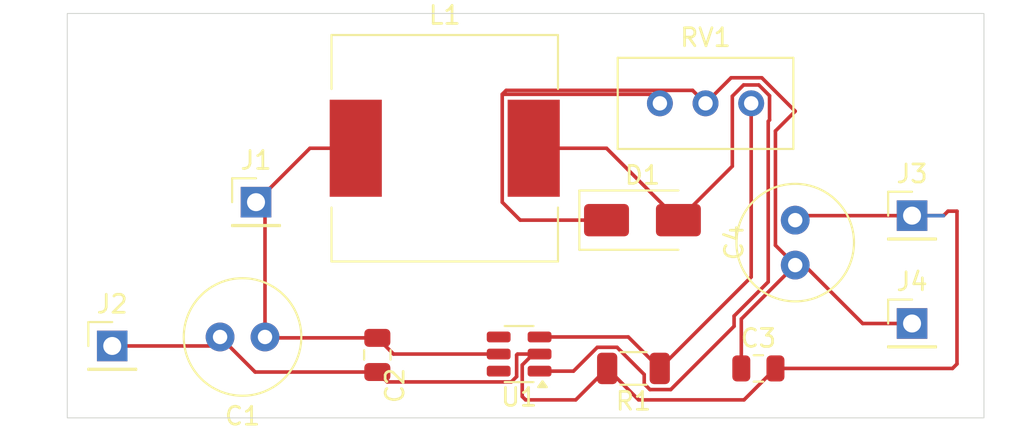
<source format=kicad_pcb>
(kicad_pcb (version 20241229) (generator "pcbnew") (generator_version "9.0")
  (layers (0 "F.Cu" signal) (2 "B.Cu" signal) (13 "F.Paste" user) (15 "B.Paste" user) (5 "F.SilkS" user "F.Silkscreen") (7 "B.SilkS" user "B.Silkscreen") (1 "F.Mask" user) (3 "B.Mask" user) (25 "Edge.Cuts" user))
  (net 0 "")
  (net 1 "GND")
  (net 2 "Net-(J1-Pin_1)")
  (net 3 "Net-(D1-K)")
  (net 4 "Net-(D1-A)")
  (net 5 "Net-(U1-FB)")
  (footprint "Connector_PinHeader_2.54mm:PinHeader_1x01_P2.54mm_Vertical" (layer "F.Cu") (at 152 96)
    (property "Reference" "J1" (at 0 -2.33 0) (layer "F.SilkS"))
    (property "Value" "Conn_01x01_Pin")
    (fp_line (start -1.33 -1.33) (end 0 -1.33) (stroke (width 0.12)) (layer "F.SilkS"))
    (fp_line (start -1.33 0) (end -1.33 -1.33) (stroke (width 0.12)) (layer "F.SilkS"))
    (fp_line (start -1.33 1.27) (end -1.33 1.33) (stroke (width 0.12)) (layer "F.SilkS"))
    (fp_line (start -1.33 1.27) (end 1.33 1.27) (stroke (width 0.12)) (layer "F.SilkS"))
    (fp_line (start -1.33 1.33) (end 1.33 1.33) (stroke (width 0.12)) (layer "F.SilkS"))
    (fp_line (start 1.33 1.27) (end 1.33 1.33) (stroke (width 0.12)) (layer "F.SilkS"))
    (pad "1" thru_hole rect (at 0 0) (size 1.7 1.7) (drill 1) (layers "*.Cu" "*.Mask") (net 2 "Net-(J1-Pin_1)"))
  )
  (footprint "Resistor_SMD:R_1206_3216Metric" (layer "F.Cu") (at 173 105.25 180)
    (property "Reference" "R1" (at 0 -1.82 0) (layer "F.SilkS"))
    (property "Value" "1K")
    (fp_line (start -0.727064 0.91) (end 0.727064 0.91) (stroke (width 0.12)) (layer "F.SilkS"))
    (fp_line (start -0.727064 -0.91) (end 0.727064 -0.91) (stroke (width 0.12)) (layer "F.SilkS"))
    (pad "1" smd roundrect (at -1.4625 0 180) (size 1.125 1.75) (layers "F.Cu" "F.Mask" "F.Paste") (roundrect_rratio 0.222222) (net 5 "Net-(U1-FB)"))
    (pad "2" smd roundrect (at 1.4625 0 180) (size 1.125 1.75) (layers "F.Cu" "F.Mask" "F.Paste") (roundrect_rratio 0.222222) (net 1 "GND"))
  )
  (footprint "Inductor_SMD:L_12x12mm_H8mm" (layer "F.Cu") (at 162.5 93)
    (property "Reference" "L1" (at 0 -7.4 0) (layer "F.SilkS"))
    (property "Value" "33uH")
    (fp_line (start -6.3 -6.3) (end 6.3 -6.3) (stroke (width 0.12)) (layer "F.SilkS"))
    (fp_line (start -6.3 -3.3) (end -6.3 -6.3) (stroke (width 0.12)) (layer "F.SilkS"))
    (fp_line (start -6.3 6.3) (end -6.3 3.3) (stroke (width 0.12)) (layer "F.SilkS"))
    (fp_line (start 6.3 -6.3) (end 6.3 -3.3) (stroke (width 0.12)) (layer "F.SilkS"))
    (fp_line (start 6.3 3.3) (end 6.3 6.3) (stroke (width 0.12)) (layer "F.SilkS"))
    (fp_line (start 6.3 6.3) (end -6.3 6.3) (stroke (width 0.12)) (layer "F.SilkS"))
    (pad "1" smd rect (at -4.95 0) (size 2.9 5.4) (layers "F.Cu" "F.Mask" "F.Paste") (net 2 "Net-(J1-Pin_1)"))
    (pad "2" smd rect (at 4.95 0) (size 2.9 5.4) (layers "F.Cu" "F.Mask" "F.Paste") (net 4 "Net-(D1-A)"))
  )
  (footprint "Capacitor_SMD:C_0805_2012Metric" (layer "F.Cu") (at 158.75 104.5 -90)
    (property "Reference" "C2" (at 1.7 -0.98 90) (layer "F.SilkS"))
    (property "Value" "1uF")
    (fp_line (start -0.261252 0.735) (end 0.261252 0.735) (stroke (width 0.12)) (layer "F.SilkS"))
    (fp_line (start -0.261252 -0.735) (end 0.261252 -0.735) (stroke (width 0.12)) (layer "F.SilkS"))
    (pad "1" smd roundrect (at -0.95 0 270) (size 1 1.45) (layers "F.Cu" "F.Mask" "F.Paste") (net 2 "Net-(J1-Pin_1)"))
    (pad "2" smd roundrect (at 0.95 0 270) (size 1 1.45) (layers "F.Cu" "F.Mask" "F.Paste") (net 1 "GND"))
  )
  (footprint "Capacitor_THT:C_Radial_D6.3mm_H11.0mm_P2.50mm" (layer "F.Cu") (at 182 99.5 90)
    (property "Reference" "C4" (at 1.25 -3.4 90) (layer "F.SilkS"))
    (property "Value" "220uF/50V")
    (fp_circle (center 1.25 0) (end 4.52 0) (stroke (width 0.12)) (fill no) (layer "F.SilkS"))
    (pad "1" thru_hole circle (at 0 0 90) (size 1.6 1.6) (drill 0.8) (layers "*.Cu" "*.Mask") (net 3 "Net-(D1-K)"))
    (pad "2" thru_hole circle (at 2.5 0 90) (size 1.6 1.6) (drill 0.8) (layers "*.Cu" "*.Mask") (net 1 "GND"))
  )
  (footprint "Capacitor_SMD:C_0805_2012Metric" (layer "F.Cu") (at 179.95 105.25)
    (property "Reference" "C3" (at 0 -1.68 0) (layer "F.SilkS"))
    (property "Value" "1uF")
    (fp_line (start -0.261252 -0.735) (end 0.261252 -0.735) (stroke (width 0.12)) (layer "F.SilkS"))
    (fp_line (start -0.261252 0.735) (end 0.261252 0.735) (stroke (width 0.12)) (layer "F.SilkS"))
    (pad "1" smd roundrect (at -0.95 0) (size 1 1.45) (layers "F.Cu" "F.Mask" "F.Paste") (net 3 "Net-(D1-K)"))
    (pad "2" smd roundrect (at 0.95 0) (size 1 1.45) (layers "F.Cu" "F.Mask" "F.Paste") (net 1 "GND"))
  )
  (footprint "Connector_PinHeader_2.54mm:PinHeader_1x01_P2.54mm_Vertical" (layer "F.Cu") (at 144 104)
    (property "Reference" "J2" (at 0 -2.33 0) (layer "F.SilkS"))
    (property "Value" "Conn_01x01_Pin")
    (fp_line (start -1.33 -1.33) (end 0 -1.33) (stroke (width 0.12)) (layer "F.SilkS"))
    (fp_line (start -1.33 0) (end -1.33 -1.33) (stroke (width 0.12)) (layer "F.SilkS"))
    (fp_line (start -1.33 1.27) (end -1.33 1.33) (stroke (width 0.12)) (layer "F.SilkS"))
    (fp_line (start -1.33 1.27) (end 1.33 1.27) (stroke (width 0.12)) (layer "F.SilkS"))
    (fp_line (start -1.33 1.33) (end 1.33 1.33) (stroke (width 0.12)) (layer "F.SilkS"))
    (fp_line (start 1.33 1.27) (end 1.33 1.33) (stroke (width 0.12)) (layer "F.SilkS"))
    (pad "1" thru_hole rect (at 0 0) (size 1.7 1.7) (drill 1) (layers "*.Cu" "*.Mask") (net 1 "GND"))
  )
  (footprint "Connector_PinHeader_2.54mm:PinHeader_1x01_P2.54mm_Vertical" (layer "F.Cu") (at 188.5 102.75)
    (property "Reference" "J4" (at 0 -2.33 0) (layer "F.SilkS"))
    (property "Value" "Conn_01x01_Pin")
    (fp_line (start -1.33 -1.33) (end 0 -1.33) (stroke (width 0.12)) (layer "F.SilkS"))
    (fp_line (start -1.33 0) (end -1.33 -1.33) (stroke (width 0.12)) (layer "F.SilkS"))
    (fp_line (start -1.33 1.27) (end -1.33 1.33) (stroke (width 0.12)) (layer "F.SilkS"))
    (fp_line (start -1.33 1.27) (end 1.33 1.27) (stroke (width 0.12)) (layer "F.SilkS"))
    (fp_line (start -1.33 1.33) (end 1.33 1.33) (stroke (width 0.12)) (layer "F.SilkS"))
    (fp_line (start 1.33 1.27) (end 1.33 1.33) (stroke (width 0.12)) (layer "F.SilkS"))
    (pad "1" thru_hole rect (at 0 0) (size 1.7 1.7) (drill 1) (layers "*.Cu" "*.Mask") (net 3 "Net-(D1-K)"))
  )
  (footprint "Connector_PinHeader_2.54mm:PinHeader_1x01_P2.54mm_Vertical" (layer "F.Cu") (at 188.5 96.75)
    (property "Reference" "J3" (at 0 -2.33 0) (layer "F.SilkS"))
    (property "Value" "Conn_01x01_Pin")
    (fp_line (start -1.33 -1.33) (end 0 -1.33) (stroke (width 0.12)) (layer "F.SilkS"))
    (fp_line (start -1.33 0) (end -1.33 -1.33) (stroke (width 0.12)) (layer "F.SilkS"))
    (fp_line (start -1.33 1.27) (end -1.33 1.33) (stroke (width 0.12)) (layer "F.SilkS"))
    (fp_line (start -1.33 1.27) (end 1.33 1.27) (stroke (width 0.12)) (layer "F.SilkS"))
    (fp_line (start -1.33 1.33) (end 1.33 1.33) (stroke (width 0.12)) (layer "F.SilkS"))
    (fp_line (start 1.33 1.27) (end 1.33 1.33) (stroke (width 0.12)) (layer "F.SilkS"))
    (pad "1" thru_hole rect (at 0 0) (size 1.7 1.7) (drill 1) (layers "*.Cu" "*.Mask") (net 1 "GND"))
  )
  (footprint "Package_TO_SOT_SMD:SOT-23-6" (layer "F.Cu") (at 166.6375 104.45 180)
    (property "Reference" "U1" (at 0 -2.4 0) (layer "F.SilkS"))
    (property "Value" "MT3608")
    (fp_line (start 0 1.56) (end 0.8 1.56) (stroke (width 0.12)) (layer "F.SilkS"))
    (fp_line (start 0 1.56) (end -0.8 1.56) (stroke (width 0.12)) (layer "F.SilkS"))
    (fp_line (start 0 -1.56) (end 0.8 -1.56) (stroke (width 0.12)) (layer "F.SilkS"))
    (fp_line (start 0 -1.56) (end -0.8 -1.56) (stroke (width 0.12)) (layer "F.SilkS"))
    (fp_poly (pts (xy -1.3 -1.51) (xy -1.54 -1.84) (xy -1.06 -1.84) (xy -1.3 -1.51)) (stroke (width 0.12)) (fill yes) (layer "F.SilkS"))
    (pad "1" smd roundrect (at -1.1375 -0.95 180) (size 1.325 0.6) (layers "F.Cu" "F.Mask" "F.Paste") (net 4 "Net-(D1-A)"))
    (pad "2" smd roundrect (at -1.1375 0 180) (size 1.325 0.6) (layers "F.Cu" "F.Mask" "F.Paste") (net 1 "GND"))
    (pad "3" smd roundrect (at -1.1375 0.95 180) (size 1.325 0.6) (layers "F.Cu" "F.Mask" "F.Paste") (net 5 "Net-(U1-FB)"))
    (pad "4" smd roundrect (at 1.1375 0.95 180) (size 1.325 0.6) (layers "F.Cu" "F.Mask" "F.Paste"))
    (pad "5" smd roundrect (at 1.1375 0 180) (size 1.325 0.6) (layers "F.Cu" "F.Mask" "F.Paste") (net 2 "Net-(J1-Pin_1)"))
    (pad "6" smd roundrect (at 1.1375 -0.95 180) (size 1.325 0.6) (layers "F.Cu" "F.Mask" "F.Paste"))
  )
  (footprint "Potentiometer_THT:Potentiometer_Bourns_3296W_Vertical" (layer "F.Cu") (at 179.55 90.5)
    (property "Reference" "RV1" (at -2.54 -3.66 0) (layer "F.SilkS"))
    (property "Value" "50K")
    (fp_line (start -7.425 -2.53) (end -7.425 2.54) (stroke (width 0.12)) (layer "F.SilkS"))
    (fp_line (start -7.425 -2.53) (end 2.345 -2.53) (stroke (width 0.12)) (layer "F.SilkS"))
    (fp_line (start -7.425 2.54) (end 2.345 2.54) (stroke (width 0.12)) (layer "F.SilkS"))
    (fp_line (start 2.345 -2.53) (end 2.345 2.54) (stroke (width 0.12)) (layer "F.SilkS"))
    (pad "1" thru_hole circle (at 0 0) (size 1.44 1.44) (drill 0.8) (layers "*.Cu" "*.Mask") (net 5 "Net-(U1-FB)"))
    (pad "2" thru_hole circle (at -2.54 0) (size 1.44 1.44) (drill 0.8) (layers "*.Cu" "*.Mask") (net 3 "Net-(D1-K)"))
    (pad "3" thru_hole circle (at -5.08 0) (size 1.44 1.44) (drill 0.8) (layers "*.Cu" "*.Mask") (net 3 "Net-(D1-K)"))
  )
  (footprint "Capacitor_THT:C_Radial_D6.3mm_H11.0mm_P2.50mm" (layer "F.Cu") (at 152.5 103.5 180)
    (property "Reference" "C1" (at 1.25 -4.4 0) (layer "F.SilkS"))
    (property "Value" "47uF/50V")
    (fp_circle (center 1.25 0) (end 4.52 0) (stroke (width 0.12)) (fill no) (layer "F.SilkS"))
    (pad "1" thru_hole circle (at 0 0 180) (size 1.6 1.6) (drill 0.8) (layers "*.Cu" "*.Mask") (net 2 "Net-(J1-Pin_1)"))
    (pad "2" thru_hole circle (at 2.5 0 180) (size 1.6 1.6) (drill 0.8) (layers "*.Cu" "*.Mask") (net 1 "GND"))
  )
  (footprint "Diode_SMD:D_SMA" (layer "F.Cu") (at 173.5 97)
    (property "Reference" "D1" (at 0 -2.5 0) (layer "F.SilkS"))
    (property "Value" "SS34")
    (fp_line (start -3.51 -1.65) (end -3.51 1.65) (stroke (width 0.12)) (layer "F.SilkS"))
    (fp_line (start -3.51 -1.65) (end 2 -1.65) (stroke (width 0.12)) (layer "F.SilkS"))
    (fp_line (start -3.51 1.65) (end 2 1.65) (stroke (width 0.12)) (layer "F.SilkS"))
    (pad "1" smd roundrect (at -2 0) (size 2.5 1.8) (layers "F.Cu" "F.Mask" "F.Paste") (roundrect_rratio 0.1388888889) (net 3 "Net-(D1-K)"))
    (pad "2" smd roundrect (at 2 0) (size 2.5 1.8) (layers "F.Cu" "F.Mask" "F.Paste") (roundrect_rratio 0.1388888889) (net 4 "Net-(D1-A)"))
  )
  (gr_rect (start 141.5 85.5) (end 192.5 108) (stroke (width 0.05)) (fill no) (layer "Edge.Cuts"))
  (segment (start 179.15 107) (end 180.9 105.25) (width 0.2) (layer "F.Cu") (net 1))
  (segment (start 169.7875 107) (end 171.5375 105.25) (width 0.2) (layer "F.Cu") (net 1))
  (segment (start 180.9 105.25) (end 190.75 105.25) (width 0.2) (layer "F.Cu") (net 1))
  (segment (start 158.75 105.45) (end 159.301 106.001) (width 0.2) (layer "F.Cu") (net 1))
  (segment (start 182.25 96.75) (end 182 97) (width 0.2) (layer "F.Cu") (net 1))
  (segment (start 166.203468 106.001) (end 166.5 105.704468) (width 0.2) (layer "F.Cu") (net 1))
  (segment (start 190.5 96.5) (end 190.25 96.75) (width 0.2) (layer "F.Cu") (net 1))
  (segment (start 167.775 104.45) (end 167.420532 104.45) (width 0.2) (layer "F.Cu") (net 1))
  (segment (start 159.301 106.001) (end 166.203468 106.001) (width 0.2) (layer "F.Cu") (net 1))
  (segment (start 166.55 104.45) (end 167.775 104.45) (width 0.2) (layer "F.Cu") (net 1))
  (segment (start 188.5 96.75) (end 182.25 96.75) (width 0.2) (layer "F.Cu") (net 1))
  (segment (start 190.75 105.25) (end 191 105) (width 0.2) (layer "F.Cu") (net 1))
  (segment (start 149.5 104) (end 150 103.5) (width 0.2) (layer "F.Cu") (net 1))
  (segment (start 166.8115 106.8115) (end 167 107) (width 0.2) (layer "F.Cu") (net 1))
  (segment (start 150 103.5) (end 151.95 105.45) (width 0.2) (layer "F.Cu") (net 1))
  (segment (start 173.2875 107) (end 179.15 107) (width 0.2) (layer "F.Cu") (net 1))
  (segment (start 171.5375 105.25) (end 173.2875 107) (width 0.2) (layer "F.Cu") (net 1))
  (segment (start 151.95 105.45) (end 158.75 105.45) (width 0.2) (layer "F.Cu") (net 1))
  (segment (start 190.25 96.75) (end 188.5 96.75) (width 0.2) (layer "F.Cu") (net 1))
  (segment (start 167 107) (end 169.7875 107) (width 0.2) (layer "F.Cu") (net 1))
  (segment (start 166.5 104.5) (end 166.55 104.45) (width 0.2) (layer "F.Cu") (net 1))
  (segment (start 191 96.5) (end 190.5 96.5) (width 0.2) (layer "F.Cu") (net 1))
  (segment (start 144 104) (end 149.5 104) (width 0.2) (layer "F.Cu") (net 1))
  (segment (start 167.420532 104.45) (end 166.8115 105.059032) (width 0.2) (layer "F.Cu") (net 1))
  (segment (start 166.8115 105.059032) (end 166.8115 106.8115) (width 0.2) (layer "F.Cu") (net 1))
  (segment (start 166.5 105.704468) (end 166.5 104.5) (width 0.2) (layer "F.Cu") (net 1))
  (segment (start 191 105) (end 191 96.5) (width 0.2) (layer "F.Cu") (net 1))
  (segment (start 182.25 96.75) (end 182 97) (width 0.2) (layer "B.Cu") (net 1))
  (segment (start 149.5 104) (end 150 103.5) (width 0.2) (layer "B.Cu") (net 1))
  (segment (start 190.25 96.75) (end 188.5 96.75) (width 0.2) (layer "B.Cu") (net 1))
  (segment (start 155 93) (end 152 96) (width 0.2) (layer "F.Cu") (net 2))
  (segment (start 153 103.5) (end 153.05 103.55) (width 0.2) (layer "F.Cu") (net 2))
  (segment (start 152.5 103.5) (end 152.5 96.5) (width 0.2) (layer "F.Cu") (net 2))
  (segment (start 152.5 103.5) (end 153 103.5) (width 0.2) (layer "F.Cu") (net 2))
  (segment (start 158.75 103.55) (end 159.65 104.45) (width 0.2) (layer "F.Cu") (net 2))
  (segment (start 159.65 104.45) (end 165.5 104.45) (width 0.2) (layer "F.Cu") (net 2))
  (segment (start 157.55 93) (end 155 93) (width 0.2) (layer "F.Cu") (net 2))
  (segment (start 152.5 96.5) (end 152 96) (width 0.2) (layer "F.Cu") (net 2))
  (segment (start 153.05 103.55) (end 158.75 103.55) (width 0.2) (layer "F.Cu") (net 2))
  (segment (start 152.5 96.5) (end 152 96) (width 0.2) (layer "B.Cu") (net 2))
  (segment (start 178.432 89.078) (end 180.139013 89.078) (width 0.2) (layer "F.Cu") (net 3))
  (segment (start 173.969 89.999) (end 165.699 89.999) (width 0.2) (layer "F.Cu") (net 3))
  (segment (start 180.899 92.039987) (end 180.899 98.399) (width 0.2) (layer "F.Cu") (net 3))
  (segment (start 179 105.25) (end 179 102.5) (width 0.2) (layer "F.Cu") (net 3))
  (segment (start 185.75 102.75) (end 188.5 102.75) (width 0.2) (layer "F.Cu") (net 3))
  (segment (start 165.917999 89.780001) (end 176.290001 89.780001) (width 0.2) (layer "F.Cu") (net 3))
  (segment (start 177.01 90.5) (end 178.432 89.078) (width 0.2) (layer "F.Cu") (net 3))
  (segment (start 166.698 97) (end 165.699 96.001) (width 0.2) (layer "F.Cu") (net 3))
  (segment (start 176.290001 89.780001) (end 177.01 90.5) (width 0.2) (layer "F.Cu") (net 3))
  (segment (start 174.47 90.5) (end 173.969 89.999) (width 0.2) (layer "F.Cu") (net 3))
  (segment (start 165.699 96.001) (end 165.699 89.999) (width 0.2) (layer "F.Cu") (net 3))
  (segment (start 165.699 89.999) (end 165.917999 89.780001) (width 0.2) (layer "F.Cu") (net 3))
  (segment (start 171.5 97) (end 166.698 97) (width 0.2) (layer "F.Cu") (net 3))
  (segment (start 179 102.5) (end 182 99.5) (width 0.2) (layer "F.Cu") (net 3))
  (segment (start 182 99.5) (end 182.5 99.5) (width 0.2) (layer "F.Cu") (net 3))
  (segment (start 182.5 99.5) (end 185.75 102.75) (width 0.2) (layer "F.Cu") (net 3))
  (segment (start 180.139013 89.078) (end 182 90.938987) (width 0.2) (layer "F.Cu") (net 3))
  (segment (start 180.899 98.399) (end 182 99.5) (width 0.2) (layer "F.Cu") (net 3))
  (segment (start 182 90.938987) (end 180.899 92.039987) (width 0.2) (layer "F.Cu") (net 3))
  (segment (start 182 99.5) (end 182.5 99.5) (width 0.2) (layer "B.Cu") (net 3))
  (segment (start 178.599 102.901) (end 178.599 102.3339) (width 0.2) (layer "F.Cu") (net 4))
  (segment (start 167.45 93) (end 171.5 93) (width 0.2) (layer "F.Cu") (net 4))
  (segment (start 171.5 93) (end 175.5 97) (width 0.2) (layer "F.Cu") (net 4))
  (segment (start 178.5 94) (end 175.5 97) (width 0.2) (layer "F.Cu") (net 4))
  (segment (start 170.98984 104.074) (end 172.08516 104.074) (width 0.2) (layer "F.Cu") (net 4))
  (segment (start 169.66384 105.4) (end 170.98984 104.074) (width 0.2) (layer "F.Cu") (net 4))
  (segment (start 179.972913 89.479) (end 179.127087 89.479) (width 0.2) (layer "F.Cu") (net 4))
  (segment (start 180.571 91.429) (end 180.571 90.077087) (width 0.2) (layer "F.Cu") (net 4))
  (segment (start 178.599 102.3339) (end 180.498 100.4349) (width 0.2) (layer "F.Cu") (net 4))
  (segment (start 167.775 105.4) (end 169.66384 105.4) (width 0.2) (layer "F.Cu") (net 4))
  (segment (start 173.599 105.58784) (end 173.599 106.11016) (width 0.2) (layer "F.Cu") (net 4))
  (segment (start 179.127087 89.479) (end 178.5 90.106087) (width 0.2) (layer "F.Cu") (net 4))
  (segment (start 172.08516 104.074) (end 173.599 105.58784) (width 0.2) (layer "F.Cu") (net 4))
  (segment (start 178.5 90.106087) (end 178.5 94) (width 0.2) (layer "F.Cu") (net 4))
  (segment (start 173.599 106.11016) (end 173.91484 106.426) (width 0.2) (layer "F.Cu") (net 4))
  (segment (start 175.074 106.426) (end 178.599 102.901) (width 0.2) (layer "F.Cu") (net 4))
  (segment (start 180.498 100.4349) (end 180.498 91.502) (width 0.2) (layer "F.Cu") (net 4))
  (segment (start 173.91484 106.426) (end 175.074 106.426) (width 0.2) (layer "F.Cu") (net 4))
  (segment (start 180.498 91.502) (end 180.571 91.429) (width 0.2) (layer "F.Cu") (net 4))
  (segment (start 180.571 90.077087) (end 179.972913 89.479) (width 0.2) (layer "F.Cu") (net 4))
  (segment (start 179.55 100.1625) (end 174.4625 105.25) (width 0.2) (layer "F.Cu") (net 5))
  (segment (start 174.4625 105.25) (end 172.7125 103.5) (width 0.2) (layer "F.Cu") (net 5))
  (segment (start 179.55 90.5) (end 179.55 100.1625) (width 0.2) (layer "F.Cu") (net 5))
  (segment (start 172.7125 103.5) (end 167.775 103.5) (width 0.2) (layer "F.Cu") (net 5))
)
</source>
